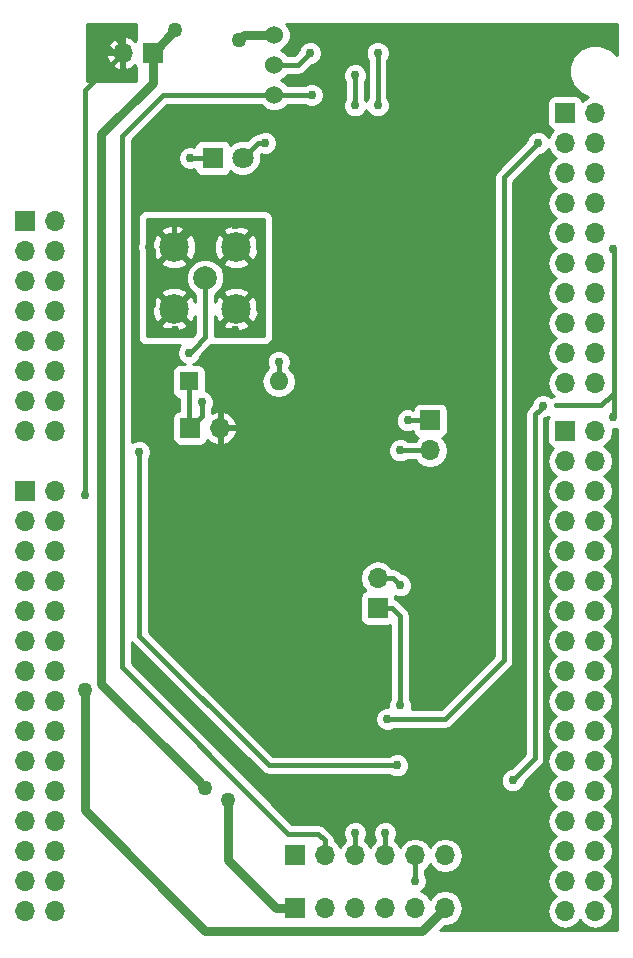
<source format=gbr>
G04 #@! TF.FileFunction,Copper,L2,Bot,Signal*
%FSLAX46Y46*%
G04 Gerber Fmt 4.6, Leading zero omitted, Abs format (unit mm)*
G04 Created by KiCad (PCBNEW 4.0.6) date Thursday, July 13, 2017 'PMt' 02:05:31 PM*
%MOMM*%
%LPD*%
G01*
G04 APERTURE LIST*
%ADD10C,0.100000*%
%ADD11C,1.524000*%
%ADD12R,1.800000X1.800000*%
%ADD13C,1.800000*%
%ADD14R,1.700000X1.700000*%
%ADD15O,1.700000X1.700000*%
%ADD16C,1.998980*%
%ADD17C,2.500000*%
%ADD18R,1.600000X1.600000*%
%ADD19O,1.600000X1.600000*%
%ADD20C,1.270000*%
%ADD21C,0.762000*%
%ADD22C,0.762000*%
%ADD23C,0.381000*%
%ADD24C,0.254000*%
G04 APERTURE END LIST*
D10*
D11*
X164592000Y-53086000D03*
X164592000Y-55626000D03*
X164592000Y-50546000D03*
D12*
X159385000Y-60960000D03*
D13*
X161925000Y-60960000D03*
D14*
X166370000Y-120015000D03*
D15*
X168910000Y-120015000D03*
X171450000Y-120015000D03*
X173990000Y-120015000D03*
X176530000Y-120015000D03*
X179070000Y-120015000D03*
D14*
X166370000Y-124460000D03*
D15*
X168910000Y-124460000D03*
X171450000Y-124460000D03*
X173990000Y-124460000D03*
X176530000Y-124460000D03*
X179070000Y-124460000D03*
D14*
X154305000Y-52070000D03*
D15*
X151765000Y-52070000D03*
D14*
X177800000Y-83185000D03*
D15*
X177800000Y-85725000D03*
D16*
X158750000Y-71120000D03*
D17*
X161375000Y-68495000D03*
X156125000Y-68495000D03*
X161375000Y-73745000D03*
X156125000Y-73745000D03*
D14*
X157480000Y-83820000D03*
D15*
X160020000Y-83820000D03*
D14*
X189230000Y-57150000D03*
D15*
X191770000Y-57150000D03*
X189230000Y-59690000D03*
X191770000Y-59690000D03*
X189230000Y-62230000D03*
X191770000Y-62230000D03*
X189230000Y-64770000D03*
X191770000Y-64770000D03*
X189230000Y-67310000D03*
X191770000Y-67310000D03*
X189230000Y-69850000D03*
X191770000Y-69850000D03*
X189230000Y-72390000D03*
X191770000Y-72390000D03*
X189230000Y-74930000D03*
X191770000Y-74930000D03*
X189230000Y-77470000D03*
X191770000Y-77470000D03*
X189230000Y-80010000D03*
X191770000Y-80010000D03*
D14*
X143510000Y-66294000D03*
D15*
X146050000Y-66294000D03*
X143510000Y-68834000D03*
X146050000Y-68834000D03*
X143510000Y-71374000D03*
X146050000Y-71374000D03*
X143510000Y-73914000D03*
X146050000Y-73914000D03*
X143510000Y-76454000D03*
X146050000Y-76454000D03*
X143510000Y-78994000D03*
X146050000Y-78994000D03*
X143510000Y-81534000D03*
X146050000Y-81534000D03*
X143510000Y-84074000D03*
X146050000Y-84074000D03*
D14*
X143510000Y-89154000D03*
D15*
X146050000Y-89154000D03*
X143510000Y-91694000D03*
X146050000Y-91694000D03*
X143510000Y-94234000D03*
X146050000Y-94234000D03*
X143510000Y-96774000D03*
X146050000Y-96774000D03*
X143510000Y-99314000D03*
X146050000Y-99314000D03*
X143510000Y-101854000D03*
X146050000Y-101854000D03*
X143510000Y-104394000D03*
X146050000Y-104394000D03*
X143510000Y-106934000D03*
X146050000Y-106934000D03*
X143510000Y-109474000D03*
X146050000Y-109474000D03*
X143510000Y-112014000D03*
X146050000Y-112014000D03*
X143510000Y-114554000D03*
X146050000Y-114554000D03*
X143510000Y-117094000D03*
X146050000Y-117094000D03*
X143510000Y-119634000D03*
X146050000Y-119634000D03*
X143510000Y-122174000D03*
X146050000Y-122174000D03*
X143510000Y-124714000D03*
X146050000Y-124714000D03*
D14*
X189230000Y-84074000D03*
D15*
X191770000Y-84074000D03*
X189230000Y-86614000D03*
X191770000Y-86614000D03*
X189230000Y-89154000D03*
X191770000Y-89154000D03*
X189230000Y-91694000D03*
X191770000Y-91694000D03*
X189230000Y-94234000D03*
X191770000Y-94234000D03*
X189230000Y-96774000D03*
X191770000Y-96774000D03*
X189230000Y-99314000D03*
X191770000Y-99314000D03*
X189230000Y-101854000D03*
X191770000Y-101854000D03*
X189230000Y-104394000D03*
X191770000Y-104394000D03*
X189230000Y-106934000D03*
X191770000Y-106934000D03*
X189230000Y-109474000D03*
X191770000Y-109474000D03*
X189230000Y-112014000D03*
X191770000Y-112014000D03*
X189230000Y-114554000D03*
X191770000Y-114554000D03*
X189230000Y-117094000D03*
X191770000Y-117094000D03*
X189230000Y-119634000D03*
X191770000Y-119634000D03*
X189230000Y-122174000D03*
X191770000Y-122174000D03*
X189230000Y-124714000D03*
X191770000Y-124714000D03*
D14*
X173355000Y-99060000D03*
D15*
X173355000Y-96520000D03*
D18*
X157353000Y-79883000D03*
D19*
X164973000Y-79883000D03*
D20*
X161651236Y-50938904D03*
X156210000Y-50165000D03*
X158750000Y-114300000D03*
D21*
X162532799Y-75778414D03*
X163377940Y-75045958D03*
X163377940Y-73721904D03*
X163377942Y-68566543D03*
X154081390Y-73665561D03*
X154025045Y-68482029D03*
X156194238Y-66425519D03*
X167640000Y-52070000D03*
X152146000Y-50292000D03*
X150622000Y-50292000D03*
X149225000Y-50292000D03*
X149225000Y-51689000D03*
X149225000Y-52959000D03*
X151257000Y-54102000D03*
X152400000Y-53975000D03*
X193294000Y-82931000D03*
X193294000Y-68707000D03*
X176530000Y-122174000D03*
X148590000Y-89535000D03*
X175260000Y-85725000D03*
X175260000Y-97155000D03*
X161290000Y-66675000D03*
X162560000Y-66675000D03*
X163195000Y-67310000D03*
X163195000Y-69850000D03*
X163195000Y-71120000D03*
X163195000Y-72390000D03*
X161290000Y-75565000D03*
X160020000Y-75565000D03*
X157480000Y-75565000D03*
X156210000Y-75565000D03*
X154940000Y-75565000D03*
X154305000Y-74930000D03*
X154305000Y-72390000D03*
X154305000Y-71120000D03*
X154305000Y-69850000D03*
X154305000Y-67310000D03*
X154940000Y-66675000D03*
X160020000Y-66675000D03*
X158750000Y-66675000D03*
X157480000Y-66675000D03*
X157480000Y-60960000D03*
X171450000Y-56515000D03*
X171450000Y-53975000D03*
X167767000Y-55626000D03*
X173355000Y-56515000D03*
X173355000Y-52070000D03*
X180467000Y-53848000D03*
X180467000Y-52705000D03*
X179451000Y-52070000D03*
X178181000Y-52070000D03*
X178181000Y-52070000D03*
X177038000Y-52070000D03*
X175641000Y-52070000D03*
X177165000Y-102870000D03*
X168910000Y-76200000D03*
X158496000Y-81661000D03*
X164973000Y-78232000D03*
X163830000Y-59690000D03*
D20*
X160655000Y-115316000D03*
X148590000Y-106045000D03*
D21*
X175895000Y-83185000D03*
X157404827Y-77475873D03*
X175006000Y-112395000D03*
X153162000Y-85852000D03*
X187365375Y-81964127D03*
X184785000Y-113665000D03*
X175260000Y-107315000D03*
X174180973Y-108467251D03*
X186944000Y-59690000D03*
X171450000Y-118110000D03*
X173990000Y-118110000D03*
D22*
X162044140Y-50546000D02*
X161651236Y-50938904D01*
X164592000Y-50546000D02*
X162044140Y-50546000D01*
X158115001Y-113665001D02*
X158750000Y-114300000D01*
X149957685Y-105507685D02*
X158115001Y-113665001D01*
X154305000Y-54610000D02*
X149957685Y-58957315D01*
X154305000Y-52070000D02*
X154305000Y-54610000D01*
X149957685Y-58957315D02*
X149957685Y-105507685D01*
X154305000Y-52070000D02*
X156210000Y-50165000D01*
D23*
X162645484Y-75778414D02*
X162532799Y-75778414D01*
X163377940Y-75045958D02*
X162645484Y-75778414D01*
X163195000Y-73538964D02*
X163377940Y-73721904D01*
X163195000Y-72390000D02*
X163195000Y-73538964D01*
X163195000Y-68383601D02*
X163377942Y-68566543D01*
X163195000Y-67310000D02*
X163195000Y-68383601D01*
X154305000Y-73441951D02*
X154081390Y-73665561D01*
X154305000Y-72390000D02*
X154305000Y-73441951D01*
X154305000Y-68761984D02*
X154025045Y-68482029D01*
X154305000Y-69850000D02*
X154305000Y-68761984D01*
X156125000Y-66494757D02*
X156194238Y-66425519D01*
X156125000Y-68495000D02*
X156125000Y-66494757D01*
X164592000Y-53086000D02*
X166624000Y-53086000D01*
X166624000Y-53086000D02*
X167640000Y-52070000D01*
X151765000Y-52070000D02*
X151765000Y-50673000D01*
X151765000Y-50673000D02*
X152146000Y-50292000D01*
X151765000Y-52070000D02*
X151765000Y-51435000D01*
X151765000Y-51435000D02*
X150622000Y-50292000D01*
X151765000Y-52070000D02*
X151003000Y-52070000D01*
X151003000Y-52070000D02*
X149225000Y-50292000D01*
X151765000Y-52070000D02*
X149606000Y-52070000D01*
X149606000Y-52070000D02*
X149225000Y-51689000D01*
X151765000Y-52070000D02*
X150114000Y-52070000D01*
X150114000Y-52070000D02*
X149225000Y-52959000D01*
X151765000Y-52070000D02*
X151765000Y-53594000D01*
X151765000Y-53594000D02*
X151257000Y-54102000D01*
X151765000Y-52070000D02*
X151765000Y-53340000D01*
X151765000Y-53340000D02*
X152400000Y-53975000D01*
X193375589Y-81026000D02*
X193160125Y-81026000D01*
X193160125Y-81026000D02*
X192271125Y-81915000D01*
X192271125Y-81915000D02*
X188468000Y-81915000D01*
X193375589Y-81026000D02*
X193375589Y-82849411D01*
X193375589Y-68788589D02*
X193375589Y-81026000D01*
X193294000Y-68707000D02*
X193375589Y-68788589D01*
X193375589Y-82849411D02*
X193294000Y-82931000D01*
X176530000Y-120015000D02*
X176530000Y-122174000D01*
X148590000Y-55245000D02*
X148590000Y-89535000D01*
X151765000Y-52070000D02*
X148590000Y-55245000D01*
X177800000Y-85725000D02*
X175260000Y-85725000D01*
X173355000Y-96520000D02*
X174625000Y-96520000D01*
X174625000Y-96520000D02*
X175260000Y-97155000D01*
X162560000Y-66675000D02*
X161290000Y-66675000D01*
X163195000Y-71120000D02*
X163195000Y-69850000D01*
X160020000Y-75565000D02*
X161290000Y-75565000D01*
X154940000Y-75565000D02*
X156210000Y-75565000D01*
X154940000Y-66675000D02*
X154305000Y-67310000D01*
X158750000Y-66675000D02*
X160020000Y-66675000D01*
X156125000Y-68495000D02*
X156125000Y-68030000D01*
X156125000Y-68030000D02*
X157480000Y-66675000D01*
X159385000Y-60960000D02*
X157480000Y-60960000D01*
X171450000Y-53975000D02*
X171450000Y-56515000D01*
X164592000Y-55626000D02*
X155194000Y-55626000D01*
X155194000Y-55626000D02*
X151717963Y-59102037D01*
X164592000Y-55626000D02*
X167767000Y-55626000D01*
X168910000Y-120015000D02*
X168910000Y-118738261D01*
X165796387Y-118171387D02*
X151717963Y-104092963D01*
X168910000Y-118738261D02*
X168343126Y-118171387D01*
X168343126Y-118171387D02*
X165796387Y-118171387D01*
X151717963Y-104092963D02*
X151717963Y-59102037D01*
X173355000Y-52070000D02*
X173355000Y-56515000D01*
X158496000Y-81661000D02*
X158496000Y-82804000D01*
X158496000Y-82804000D02*
X157480000Y-83820000D01*
X157353000Y-79883000D02*
X157353000Y-83693000D01*
X157353000Y-83693000D02*
X157480000Y-83820000D01*
X164973000Y-79883000D02*
X164973000Y-78232000D01*
X163830000Y-59690000D02*
X163195000Y-59690000D01*
X163195000Y-59690000D02*
X161925000Y-60960000D01*
D22*
X160655000Y-115316000D02*
X160655000Y-120357000D01*
X160655000Y-120357000D02*
X164758000Y-124460000D01*
X164758000Y-124460000D02*
X166370000Y-124460000D01*
X148590000Y-106045000D02*
X148590000Y-116205000D01*
X148590000Y-116205000D02*
X158765510Y-126380510D01*
X177149490Y-126380510D02*
X178220001Y-125309999D01*
X158765510Y-126380510D02*
X177149490Y-126380510D01*
X178220001Y-125309999D02*
X179070000Y-124460000D01*
D23*
X175895000Y-83185000D02*
X177800000Y-83185000D01*
X157785826Y-77094874D02*
X157404827Y-77475873D01*
X158750000Y-71120000D02*
X158750000Y-76130700D01*
X158750000Y-76130700D02*
X157785826Y-77094874D01*
X153162000Y-85852000D02*
X153162000Y-101428601D01*
X153162000Y-101428601D02*
X164128399Y-112395000D01*
X164128399Y-112395000D02*
X175006000Y-112395000D01*
X184785000Y-113665000D02*
X186656184Y-111793816D01*
X186656184Y-111793816D02*
X186656184Y-82673318D01*
X186656184Y-82673318D02*
X187065376Y-82264126D01*
X187065376Y-82264126D02*
X187365375Y-81964127D01*
X175260000Y-107315000D02*
X175260000Y-99734000D01*
X175260000Y-99734000D02*
X174586000Y-99060000D01*
X174586000Y-99060000D02*
X173355000Y-99060000D01*
X174605237Y-108467251D02*
X174180973Y-108467251D01*
X179060749Y-108467251D02*
X174605237Y-108467251D01*
X184022990Y-103505010D02*
X179060749Y-108467251D01*
X184022990Y-62611010D02*
X184022990Y-103505010D01*
X186944000Y-59690000D02*
X184022990Y-62611010D01*
X171450000Y-118110000D02*
X171450000Y-120015000D01*
X173990000Y-118110000D02*
X173990000Y-120015000D01*
D24*
G36*
X193600000Y-52263668D02*
X193037679Y-51700364D01*
X192216519Y-51359389D01*
X191327381Y-51358613D01*
X190505628Y-51698155D01*
X189876364Y-52326321D01*
X189535389Y-53147481D01*
X189534613Y-54036619D01*
X189874155Y-54858372D01*
X190502321Y-55487636D01*
X191192275Y-55774130D01*
X191172622Y-55778039D01*
X190690853Y-56099946D01*
X190690029Y-56101179D01*
X190683162Y-56064683D01*
X190544090Y-55848559D01*
X190331890Y-55703569D01*
X190080000Y-55652560D01*
X188380000Y-55652560D01*
X188144683Y-55696838D01*
X187928559Y-55835910D01*
X187783569Y-56048110D01*
X187732560Y-56300000D01*
X187732560Y-58000000D01*
X187776838Y-58235317D01*
X187915910Y-58451441D01*
X188128110Y-58596431D01*
X188195541Y-58610086D01*
X188150853Y-58639946D01*
X187828946Y-59121715D01*
X187822303Y-59155113D01*
X187805825Y-59115234D01*
X187520269Y-58829179D01*
X187146982Y-58674176D01*
X186742792Y-58673824D01*
X186369234Y-58828175D01*
X186083179Y-59113731D01*
X185928176Y-59487018D01*
X185928131Y-59538435D01*
X183439273Y-62027293D01*
X183260327Y-62295104D01*
X183228237Y-62456431D01*
X183197490Y-62611010D01*
X183197490Y-103163077D01*
X178718815Y-107641751D01*
X176224430Y-107641751D01*
X176275824Y-107517982D01*
X176276176Y-107113792D01*
X176121825Y-106740234D01*
X176085500Y-106703846D01*
X176085500Y-99734005D01*
X176085501Y-99734000D01*
X176022663Y-99418094D01*
X175843717Y-99150283D01*
X175169717Y-98476283D01*
X174901906Y-98297337D01*
X174852440Y-98287498D01*
X174852440Y-98210000D01*
X174827105Y-98075355D01*
X175057018Y-98170824D01*
X175461208Y-98171176D01*
X175834766Y-98016825D01*
X176120821Y-97731269D01*
X176275824Y-97357982D01*
X176276176Y-96953792D01*
X176121825Y-96580234D01*
X175836269Y-96294179D01*
X175462982Y-96139176D01*
X175411565Y-96139131D01*
X175208717Y-95936283D01*
X174940906Y-95757337D01*
X174625000Y-95694500D01*
X174584189Y-95694500D01*
X174434147Y-95469946D01*
X173952378Y-95148039D01*
X173384093Y-95035000D01*
X173325907Y-95035000D01*
X172757622Y-95148039D01*
X172275853Y-95469946D01*
X171953946Y-95951715D01*
X171840907Y-96520000D01*
X171953946Y-97088285D01*
X172275853Y-97570054D01*
X172317452Y-97597850D01*
X172269683Y-97606838D01*
X172053559Y-97745910D01*
X171908569Y-97958110D01*
X171857560Y-98210000D01*
X171857560Y-99910000D01*
X171901838Y-100145317D01*
X172040910Y-100361441D01*
X172253110Y-100506431D01*
X172505000Y-100557440D01*
X174205000Y-100557440D01*
X174434500Y-100514257D01*
X174434500Y-106703472D01*
X174399179Y-106738731D01*
X174244176Y-107112018D01*
X174243881Y-107451305D01*
X173979765Y-107451075D01*
X173606207Y-107605426D01*
X173320152Y-107890982D01*
X173165149Y-108264269D01*
X173164797Y-108668459D01*
X173319148Y-109042017D01*
X173604704Y-109328072D01*
X173977991Y-109483075D01*
X174382181Y-109483427D01*
X174755739Y-109329076D01*
X174792127Y-109292751D01*
X179060749Y-109292751D01*
X179376655Y-109229914D01*
X179644466Y-109050968D01*
X184606704Y-104088729D01*
X184606707Y-104088727D01*
X184785653Y-103820915D01*
X184794377Y-103777057D01*
X184848491Y-103505010D01*
X184848490Y-103505005D01*
X184848490Y-62952944D01*
X187095301Y-60706133D01*
X187145208Y-60706176D01*
X187518766Y-60551825D01*
X187804821Y-60266269D01*
X187822206Y-60224401D01*
X187828946Y-60258285D01*
X188150853Y-60740054D01*
X188480026Y-60960000D01*
X188150853Y-61179946D01*
X187828946Y-61661715D01*
X187715907Y-62230000D01*
X187828946Y-62798285D01*
X188150853Y-63280054D01*
X188480026Y-63500000D01*
X188150853Y-63719946D01*
X187828946Y-64201715D01*
X187715907Y-64770000D01*
X187828946Y-65338285D01*
X188150853Y-65820054D01*
X188480026Y-66040000D01*
X188150853Y-66259946D01*
X187828946Y-66741715D01*
X187715907Y-67310000D01*
X187828946Y-67878285D01*
X188150853Y-68360054D01*
X188480026Y-68580000D01*
X188150853Y-68799946D01*
X187828946Y-69281715D01*
X187715907Y-69850000D01*
X187828946Y-70418285D01*
X188150853Y-70900054D01*
X188480026Y-71120000D01*
X188150853Y-71339946D01*
X187828946Y-71821715D01*
X187715907Y-72390000D01*
X187828946Y-72958285D01*
X188150853Y-73440054D01*
X188480026Y-73660000D01*
X188150853Y-73879946D01*
X187828946Y-74361715D01*
X187715907Y-74930000D01*
X187828946Y-75498285D01*
X188150853Y-75980054D01*
X188480026Y-76200000D01*
X188150853Y-76419946D01*
X187828946Y-76901715D01*
X187715907Y-77470000D01*
X187828946Y-78038285D01*
X188150853Y-78520054D01*
X188480026Y-78740000D01*
X188150853Y-78959946D01*
X187828946Y-79441715D01*
X187715907Y-80010000D01*
X187828946Y-80578285D01*
X188150853Y-81060054D01*
X188257567Y-81131358D01*
X188152095Y-81152337D01*
X188055212Y-81217072D01*
X187941644Y-81103306D01*
X187568357Y-80948303D01*
X187164167Y-80947951D01*
X186790609Y-81102302D01*
X186504554Y-81387858D01*
X186349551Y-81761145D01*
X186349506Y-81812562D01*
X186072467Y-82089601D01*
X185893521Y-82357412D01*
X185849930Y-82576560D01*
X185830684Y-82673318D01*
X185830684Y-111451883D01*
X184633699Y-112648867D01*
X184583792Y-112648824D01*
X184210234Y-112803175D01*
X183924179Y-113088731D01*
X183769176Y-113462018D01*
X183768824Y-113866208D01*
X183923175Y-114239766D01*
X184208731Y-114525821D01*
X184582018Y-114680824D01*
X184986208Y-114681176D01*
X185359766Y-114526825D01*
X185645821Y-114241269D01*
X185800824Y-113867982D01*
X185800869Y-113816565D01*
X187239898Y-112377535D01*
X187239901Y-112377533D01*
X187418847Y-112109721D01*
X187437887Y-112014000D01*
X187481685Y-111793816D01*
X187481684Y-111793811D01*
X187481684Y-83015252D01*
X187516676Y-82980260D01*
X187566583Y-82980303D01*
X187861127Y-82858600D01*
X187783569Y-82972110D01*
X187732560Y-83224000D01*
X187732560Y-84924000D01*
X187776838Y-85159317D01*
X187915910Y-85375441D01*
X188128110Y-85520431D01*
X188195541Y-85534086D01*
X188150853Y-85563946D01*
X187828946Y-86045715D01*
X187715907Y-86614000D01*
X187828946Y-87182285D01*
X188150853Y-87664054D01*
X188480026Y-87884000D01*
X188150853Y-88103946D01*
X187828946Y-88585715D01*
X187715907Y-89154000D01*
X187828946Y-89722285D01*
X188150853Y-90204054D01*
X188480026Y-90424000D01*
X188150853Y-90643946D01*
X187828946Y-91125715D01*
X187715907Y-91694000D01*
X187828946Y-92262285D01*
X188150853Y-92744054D01*
X188480026Y-92964000D01*
X188150853Y-93183946D01*
X187828946Y-93665715D01*
X187715907Y-94234000D01*
X187828946Y-94802285D01*
X188150853Y-95284054D01*
X188480026Y-95504000D01*
X188150853Y-95723946D01*
X187828946Y-96205715D01*
X187715907Y-96774000D01*
X187828946Y-97342285D01*
X188150853Y-97824054D01*
X188480026Y-98044000D01*
X188150853Y-98263946D01*
X187828946Y-98745715D01*
X187715907Y-99314000D01*
X187828946Y-99882285D01*
X188150853Y-100364054D01*
X188480026Y-100584000D01*
X188150853Y-100803946D01*
X187828946Y-101285715D01*
X187715907Y-101854000D01*
X187828946Y-102422285D01*
X188150853Y-102904054D01*
X188480026Y-103124000D01*
X188150853Y-103343946D01*
X187828946Y-103825715D01*
X187715907Y-104394000D01*
X187828946Y-104962285D01*
X188150853Y-105444054D01*
X188480026Y-105664000D01*
X188150853Y-105883946D01*
X187828946Y-106365715D01*
X187715907Y-106934000D01*
X187828946Y-107502285D01*
X188150853Y-107984054D01*
X188480026Y-108204000D01*
X188150853Y-108423946D01*
X187828946Y-108905715D01*
X187715907Y-109474000D01*
X187828946Y-110042285D01*
X188150853Y-110524054D01*
X188480026Y-110744000D01*
X188150853Y-110963946D01*
X187828946Y-111445715D01*
X187715907Y-112014000D01*
X187828946Y-112582285D01*
X188150853Y-113064054D01*
X188480026Y-113284000D01*
X188150853Y-113503946D01*
X187828946Y-113985715D01*
X187715907Y-114554000D01*
X187828946Y-115122285D01*
X188150853Y-115604054D01*
X188480026Y-115824000D01*
X188150853Y-116043946D01*
X187828946Y-116525715D01*
X187715907Y-117094000D01*
X187828946Y-117662285D01*
X188150853Y-118144054D01*
X188480026Y-118364000D01*
X188150853Y-118583946D01*
X187828946Y-119065715D01*
X187715907Y-119634000D01*
X187828946Y-120202285D01*
X188150853Y-120684054D01*
X188480026Y-120904000D01*
X188150853Y-121123946D01*
X187828946Y-121605715D01*
X187715907Y-122174000D01*
X187828946Y-122742285D01*
X188150853Y-123224054D01*
X188480026Y-123444000D01*
X188150853Y-123663946D01*
X187828946Y-124145715D01*
X187715907Y-124714000D01*
X187828946Y-125282285D01*
X188150853Y-125764054D01*
X188632622Y-126085961D01*
X189200907Y-126199000D01*
X189259093Y-126199000D01*
X189827378Y-126085961D01*
X190309147Y-125764054D01*
X190500000Y-125478422D01*
X190690853Y-125764054D01*
X191172622Y-126085961D01*
X191740907Y-126199000D01*
X191799093Y-126199000D01*
X192367378Y-126085961D01*
X192849147Y-125764054D01*
X193171054Y-125282285D01*
X193284093Y-124714000D01*
X193171054Y-124145715D01*
X192849147Y-123663946D01*
X192519974Y-123444000D01*
X192849147Y-123224054D01*
X193171054Y-122742285D01*
X193284093Y-122174000D01*
X193171054Y-121605715D01*
X192849147Y-121123946D01*
X192519974Y-120904000D01*
X192849147Y-120684054D01*
X193171054Y-120202285D01*
X193284093Y-119634000D01*
X193171054Y-119065715D01*
X192849147Y-118583946D01*
X192519974Y-118364000D01*
X192849147Y-118144054D01*
X193171054Y-117662285D01*
X193284093Y-117094000D01*
X193171054Y-116525715D01*
X192849147Y-116043946D01*
X192519974Y-115824000D01*
X192849147Y-115604054D01*
X193171054Y-115122285D01*
X193284093Y-114554000D01*
X193171054Y-113985715D01*
X192849147Y-113503946D01*
X192519974Y-113284000D01*
X192849147Y-113064054D01*
X193171054Y-112582285D01*
X193284093Y-112014000D01*
X193171054Y-111445715D01*
X192849147Y-110963946D01*
X192519974Y-110744000D01*
X192849147Y-110524054D01*
X193171054Y-110042285D01*
X193284093Y-109474000D01*
X193171054Y-108905715D01*
X192849147Y-108423946D01*
X192519974Y-108204000D01*
X192849147Y-107984054D01*
X193171054Y-107502285D01*
X193284093Y-106934000D01*
X193171054Y-106365715D01*
X192849147Y-105883946D01*
X192519974Y-105664000D01*
X192849147Y-105444054D01*
X193171054Y-104962285D01*
X193284093Y-104394000D01*
X193171054Y-103825715D01*
X192849147Y-103343946D01*
X192519974Y-103124000D01*
X192849147Y-102904054D01*
X193171054Y-102422285D01*
X193284093Y-101854000D01*
X193171054Y-101285715D01*
X192849147Y-100803946D01*
X192519974Y-100584000D01*
X192849147Y-100364054D01*
X193171054Y-99882285D01*
X193284093Y-99314000D01*
X193171054Y-98745715D01*
X192849147Y-98263946D01*
X192519974Y-98044000D01*
X192849147Y-97824054D01*
X193171054Y-97342285D01*
X193284093Y-96774000D01*
X193171054Y-96205715D01*
X192849147Y-95723946D01*
X192519974Y-95504000D01*
X192849147Y-95284054D01*
X193171054Y-94802285D01*
X193284093Y-94234000D01*
X193171054Y-93665715D01*
X192849147Y-93183946D01*
X192519974Y-92964000D01*
X192849147Y-92744054D01*
X193171054Y-92262285D01*
X193284093Y-91694000D01*
X193171054Y-91125715D01*
X192849147Y-90643946D01*
X192519974Y-90424000D01*
X192849147Y-90204054D01*
X193171054Y-89722285D01*
X193284093Y-89154000D01*
X193171054Y-88585715D01*
X192849147Y-88103946D01*
X192519974Y-87884000D01*
X192849147Y-87664054D01*
X193171054Y-87182285D01*
X193284093Y-86614000D01*
X193171054Y-86045715D01*
X192849147Y-85563946D01*
X192519974Y-85344000D01*
X192849147Y-85124054D01*
X193171054Y-84642285D01*
X193284093Y-84074000D01*
X193258825Y-83946970D01*
X193495208Y-83947176D01*
X193600000Y-83903877D01*
X193600000Y-126290000D01*
X178676841Y-126290000D01*
X178938421Y-126028420D01*
X178938423Y-126028417D01*
X179005564Y-125961276D01*
X179070000Y-125974093D01*
X179638285Y-125861054D01*
X180120054Y-125539147D01*
X180441961Y-125057378D01*
X180555000Y-124489093D01*
X180555000Y-124430907D01*
X180441961Y-123862622D01*
X180120054Y-123380853D01*
X179638285Y-123058946D01*
X179070000Y-122945907D01*
X178501715Y-123058946D01*
X178019946Y-123380853D01*
X177800000Y-123710026D01*
X177580054Y-123380853D01*
X177098285Y-123058946D01*
X177064887Y-123052303D01*
X177104766Y-123035825D01*
X177390821Y-122750269D01*
X177545824Y-122376982D01*
X177546176Y-121972792D01*
X177391825Y-121599234D01*
X177355500Y-121562846D01*
X177355500Y-121244189D01*
X177580054Y-121094147D01*
X177800000Y-120764974D01*
X178019946Y-121094147D01*
X178501715Y-121416054D01*
X179070000Y-121529093D01*
X179638285Y-121416054D01*
X180120054Y-121094147D01*
X180441961Y-120612378D01*
X180555000Y-120044093D01*
X180555000Y-119985907D01*
X180441961Y-119417622D01*
X180120054Y-118935853D01*
X179638285Y-118613946D01*
X179070000Y-118500907D01*
X178501715Y-118613946D01*
X178019946Y-118935853D01*
X177800000Y-119265026D01*
X177580054Y-118935853D01*
X177098285Y-118613946D01*
X176530000Y-118500907D01*
X175961715Y-118613946D01*
X175479946Y-118935853D01*
X175260000Y-119265026D01*
X175040054Y-118935853D01*
X174815500Y-118785811D01*
X174815500Y-118721528D01*
X174850821Y-118686269D01*
X175005824Y-118312982D01*
X175006176Y-117908792D01*
X174851825Y-117535234D01*
X174566269Y-117249179D01*
X174192982Y-117094176D01*
X173788792Y-117093824D01*
X173415234Y-117248175D01*
X173129179Y-117533731D01*
X172974176Y-117907018D01*
X172973824Y-118311208D01*
X173128175Y-118684766D01*
X173164500Y-118721154D01*
X173164500Y-118785811D01*
X172939946Y-118935853D01*
X172720000Y-119265026D01*
X172500054Y-118935853D01*
X172275500Y-118785811D01*
X172275500Y-118721528D01*
X172310821Y-118686269D01*
X172465824Y-118312982D01*
X172466176Y-117908792D01*
X172311825Y-117535234D01*
X172026269Y-117249179D01*
X171652982Y-117094176D01*
X171248792Y-117093824D01*
X170875234Y-117248175D01*
X170589179Y-117533731D01*
X170434176Y-117907018D01*
X170433824Y-118311208D01*
X170588175Y-118684766D01*
X170624500Y-118721154D01*
X170624500Y-118785811D01*
X170399946Y-118935853D01*
X170180000Y-119265026D01*
X169960054Y-118935853D01*
X169735500Y-118785811D01*
X169735500Y-118738266D01*
X169735501Y-118738261D01*
X169672663Y-118422355D01*
X169493717Y-118154544D01*
X168926843Y-117587670D01*
X168659032Y-117408724D01*
X168343126Y-117345887D01*
X166138321Y-117345887D01*
X152543463Y-103751029D01*
X152543463Y-101960206D01*
X152578283Y-102012318D01*
X163544682Y-112978717D01*
X163812493Y-113157663D01*
X164128399Y-113220500D01*
X174394472Y-113220500D01*
X174429731Y-113255821D01*
X174803018Y-113410824D01*
X175207208Y-113411176D01*
X175580766Y-113256825D01*
X175866821Y-112971269D01*
X176021824Y-112597982D01*
X176022176Y-112193792D01*
X175867825Y-111820234D01*
X175582269Y-111534179D01*
X175208982Y-111379176D01*
X174804792Y-111378824D01*
X174431234Y-111533175D01*
X174394846Y-111569500D01*
X164470333Y-111569500D01*
X153987500Y-101086667D01*
X153987500Y-86463528D01*
X154022821Y-86428269D01*
X154177824Y-86054982D01*
X154177936Y-85926208D01*
X174243824Y-85926208D01*
X174398175Y-86299766D01*
X174683731Y-86585821D01*
X175057018Y-86740824D01*
X175461208Y-86741176D01*
X175834766Y-86586825D01*
X175871154Y-86550500D01*
X176570811Y-86550500D01*
X176720853Y-86775054D01*
X177202622Y-87096961D01*
X177770907Y-87210000D01*
X177829093Y-87210000D01*
X178397378Y-87096961D01*
X178879147Y-86775054D01*
X179201054Y-86293285D01*
X179314093Y-85725000D01*
X179201054Y-85156715D01*
X178879147Y-84674946D01*
X178837548Y-84647150D01*
X178885317Y-84638162D01*
X179101441Y-84499090D01*
X179246431Y-84286890D01*
X179297440Y-84035000D01*
X179297440Y-82335000D01*
X179253162Y-82099683D01*
X179114090Y-81883559D01*
X178901890Y-81738569D01*
X178650000Y-81687560D01*
X176950000Y-81687560D01*
X176714683Y-81731838D01*
X176498559Y-81870910D01*
X176353569Y-82083110D01*
X176317667Y-82260398D01*
X176097982Y-82169176D01*
X175693792Y-82168824D01*
X175320234Y-82323175D01*
X175034179Y-82608731D01*
X174879176Y-82982018D01*
X174878824Y-83386208D01*
X175033175Y-83759766D01*
X175318731Y-84045821D01*
X175692018Y-84200824D01*
X176096208Y-84201176D01*
X176316687Y-84110076D01*
X176346838Y-84270317D01*
X176485910Y-84486441D01*
X176698110Y-84631431D01*
X176765541Y-84645086D01*
X176720853Y-84674946D01*
X176570811Y-84899500D01*
X175871528Y-84899500D01*
X175836269Y-84864179D01*
X175462982Y-84709176D01*
X175058792Y-84708824D01*
X174685234Y-84863175D01*
X174399179Y-85148731D01*
X174244176Y-85522018D01*
X174243824Y-85926208D01*
X154177936Y-85926208D01*
X154178176Y-85650792D01*
X154023825Y-85277234D01*
X153738269Y-84991179D01*
X153364982Y-84836176D01*
X152960792Y-84835824D01*
X152587234Y-84990175D01*
X152543463Y-85033870D01*
X152543463Y-68683237D01*
X153008869Y-68683237D01*
X153035000Y-68746479D01*
X153035000Y-76200000D01*
X153078427Y-76430795D01*
X153214827Y-76642767D01*
X153422949Y-76784971D01*
X153670000Y-76835000D01*
X156608723Y-76835000D01*
X156544006Y-76899604D01*
X156389003Y-77272891D01*
X156388651Y-77677081D01*
X156543002Y-78050639D01*
X156828558Y-78336694D01*
X157066653Y-78435560D01*
X156553000Y-78435560D01*
X156317683Y-78479838D01*
X156101559Y-78618910D01*
X155956569Y-78831110D01*
X155905560Y-79083000D01*
X155905560Y-80683000D01*
X155949838Y-80918317D01*
X156088910Y-81134441D01*
X156301110Y-81279431D01*
X156527500Y-81325276D01*
X156527500Y-82341847D01*
X156394683Y-82366838D01*
X156178559Y-82505910D01*
X156033569Y-82718110D01*
X155982560Y-82970000D01*
X155982560Y-84670000D01*
X156026838Y-84905317D01*
X156165910Y-85121441D01*
X156378110Y-85266431D01*
X156630000Y-85317440D01*
X158330000Y-85317440D01*
X158565317Y-85273162D01*
X158781441Y-85134090D01*
X158926431Y-84921890D01*
X158948301Y-84813893D01*
X159253076Y-85091645D01*
X159663110Y-85261476D01*
X159893000Y-85140155D01*
X159893000Y-83947000D01*
X160147000Y-83947000D01*
X160147000Y-85140155D01*
X160376890Y-85261476D01*
X160786924Y-85091645D01*
X161215183Y-84701358D01*
X161461486Y-84176892D01*
X161340819Y-83947000D01*
X160147000Y-83947000D01*
X159893000Y-83947000D01*
X159873000Y-83947000D01*
X159873000Y-83693000D01*
X159893000Y-83693000D01*
X159893000Y-82499845D01*
X160147000Y-82499845D01*
X160147000Y-83693000D01*
X161340819Y-83693000D01*
X161461486Y-83463108D01*
X161215183Y-82938642D01*
X160786924Y-82548355D01*
X160376890Y-82378524D01*
X160147000Y-82499845D01*
X159893000Y-82499845D01*
X159663110Y-82378524D01*
X159321500Y-82520015D01*
X159321500Y-82272528D01*
X159356821Y-82237269D01*
X159511824Y-81863982D01*
X159512176Y-81459792D01*
X159357825Y-81086234D01*
X159072269Y-80800179D01*
X158799636Y-80686971D01*
X158800440Y-80683000D01*
X158800440Y-79883000D01*
X163509887Y-79883000D01*
X163619120Y-80432151D01*
X163930189Y-80897698D01*
X164395736Y-81208767D01*
X164944887Y-81318000D01*
X165001113Y-81318000D01*
X165550264Y-81208767D01*
X166015811Y-80897698D01*
X166326880Y-80432151D01*
X166436113Y-79883000D01*
X166326880Y-79333849D01*
X166015811Y-78868302D01*
X165853834Y-78760072D01*
X165988824Y-78434982D01*
X165989176Y-78030792D01*
X165834825Y-77657234D01*
X165549269Y-77371179D01*
X165175982Y-77216176D01*
X164771792Y-77215824D01*
X164398234Y-77370175D01*
X164112179Y-77655731D01*
X163957176Y-78029018D01*
X163956824Y-78433208D01*
X164091943Y-78760221D01*
X163930189Y-78868302D01*
X163619120Y-79333849D01*
X163509887Y-79883000D01*
X158800440Y-79883000D01*
X158800440Y-79083000D01*
X158756162Y-78847683D01*
X158617090Y-78631559D01*
X158404890Y-78486569D01*
X158153000Y-78435560D01*
X157742749Y-78435560D01*
X157979593Y-78337698D01*
X158265648Y-78052142D01*
X158420651Y-77678855D01*
X158420696Y-77627438D01*
X159213134Y-76835000D01*
X163830000Y-76835000D01*
X164060795Y-76791573D01*
X164272767Y-76655173D01*
X164414971Y-76447051D01*
X164465000Y-76200000D01*
X164465000Y-66040000D01*
X164421573Y-65809205D01*
X164285173Y-65597233D01*
X164077051Y-65455029D01*
X163830000Y-65405000D01*
X153670000Y-65405000D01*
X153439205Y-65448427D01*
X153227233Y-65584827D01*
X153085029Y-65792949D01*
X153035000Y-66040000D01*
X153035000Y-68216965D01*
X153009221Y-68279047D01*
X153008869Y-68683237D01*
X152543463Y-68683237D01*
X152543463Y-61161208D01*
X156463824Y-61161208D01*
X156618175Y-61534766D01*
X156903731Y-61820821D01*
X157277018Y-61975824D01*
X157681208Y-61976176D01*
X157846564Y-61907852D01*
X157881838Y-62095317D01*
X158020910Y-62311441D01*
X158233110Y-62456431D01*
X158485000Y-62507440D01*
X160285000Y-62507440D01*
X160520317Y-62463162D01*
X160736441Y-62324090D01*
X160881431Y-62111890D01*
X160885567Y-62091466D01*
X161054357Y-62260551D01*
X161618330Y-62494733D01*
X162228991Y-62495265D01*
X162793371Y-62262068D01*
X163225551Y-61830643D01*
X163459733Y-61266670D01*
X163460265Y-60656009D01*
X163450575Y-60632558D01*
X163627018Y-60705824D01*
X164031208Y-60706176D01*
X164404766Y-60551825D01*
X164690821Y-60266269D01*
X164845824Y-59892982D01*
X164846176Y-59488792D01*
X164691825Y-59115234D01*
X164406269Y-58829179D01*
X164032982Y-58674176D01*
X163628792Y-58673824D01*
X163255234Y-58828175D01*
X163218846Y-58864500D01*
X163195000Y-58864500D01*
X162879094Y-58927337D01*
X162771824Y-58999013D01*
X162611283Y-59106283D01*
X162611281Y-59106286D01*
X162274511Y-59443056D01*
X162231670Y-59425267D01*
X161621009Y-59424735D01*
X161056629Y-59657932D01*
X160888387Y-59825880D01*
X160888162Y-59824683D01*
X160749090Y-59608559D01*
X160536890Y-59463569D01*
X160285000Y-59412560D01*
X158485000Y-59412560D01*
X158249683Y-59456838D01*
X158033559Y-59595910D01*
X157888569Y-59808110D01*
X157847206Y-60012368D01*
X157682982Y-59944176D01*
X157278792Y-59943824D01*
X156905234Y-60098175D01*
X156619179Y-60383731D01*
X156464176Y-60757018D01*
X156463824Y-61161208D01*
X152543463Y-61161208D01*
X152543463Y-59443971D01*
X155535933Y-56451500D01*
X163442126Y-56451500D01*
X163799630Y-56809629D01*
X164312900Y-57022757D01*
X164868661Y-57023242D01*
X165382303Y-56811010D01*
X165742441Y-56451500D01*
X167155472Y-56451500D01*
X167190731Y-56486821D01*
X167564018Y-56641824D01*
X167968208Y-56642176D01*
X168341766Y-56487825D01*
X168627821Y-56202269D01*
X168782824Y-55828982D01*
X168783176Y-55424792D01*
X168628825Y-55051234D01*
X168343269Y-54765179D01*
X167969982Y-54610176D01*
X167565792Y-54609824D01*
X167192234Y-54764175D01*
X167155846Y-54800500D01*
X165741874Y-54800500D01*
X165384370Y-54442371D01*
X165176488Y-54356051D01*
X165382303Y-54271010D01*
X165477270Y-54176208D01*
X170433824Y-54176208D01*
X170588175Y-54549766D01*
X170624500Y-54586154D01*
X170624500Y-55903472D01*
X170589179Y-55938731D01*
X170434176Y-56312018D01*
X170433824Y-56716208D01*
X170588175Y-57089766D01*
X170873731Y-57375821D01*
X171247018Y-57530824D01*
X171651208Y-57531176D01*
X172024766Y-57376825D01*
X172310821Y-57091269D01*
X172402535Y-56870399D01*
X172493175Y-57089766D01*
X172778731Y-57375821D01*
X173152018Y-57530824D01*
X173556208Y-57531176D01*
X173929766Y-57376825D01*
X174215821Y-57091269D01*
X174370824Y-56717982D01*
X174371176Y-56313792D01*
X174216825Y-55940234D01*
X174180500Y-55903846D01*
X174180500Y-52681528D01*
X174215821Y-52646269D01*
X174370824Y-52272982D01*
X174371176Y-51868792D01*
X174216825Y-51495234D01*
X173931269Y-51209179D01*
X173557982Y-51054176D01*
X173153792Y-51053824D01*
X172780234Y-51208175D01*
X172494179Y-51493731D01*
X172339176Y-51867018D01*
X172338824Y-52271208D01*
X172493175Y-52644766D01*
X172529500Y-52681154D01*
X172529500Y-55903472D01*
X172494179Y-55938731D01*
X172402465Y-56159601D01*
X172311825Y-55940234D01*
X172275500Y-55903846D01*
X172275500Y-54586528D01*
X172310821Y-54551269D01*
X172465824Y-54177982D01*
X172466176Y-53773792D01*
X172311825Y-53400234D01*
X172026269Y-53114179D01*
X171652982Y-52959176D01*
X171248792Y-52958824D01*
X170875234Y-53113175D01*
X170589179Y-53398731D01*
X170434176Y-53772018D01*
X170433824Y-54176208D01*
X165477270Y-54176208D01*
X165742441Y-53911500D01*
X166624000Y-53911500D01*
X166939906Y-53848663D01*
X167207717Y-53669717D01*
X167791301Y-53086133D01*
X167841208Y-53086176D01*
X168214766Y-52931825D01*
X168500821Y-52646269D01*
X168655824Y-52272982D01*
X168656176Y-51868792D01*
X168501825Y-51495234D01*
X168216269Y-51209179D01*
X167842982Y-51054176D01*
X167438792Y-51053824D01*
X167065234Y-51208175D01*
X166779179Y-51493731D01*
X166624176Y-51867018D01*
X166624131Y-51918435D01*
X166282066Y-52260500D01*
X165741874Y-52260500D01*
X165384370Y-51902371D01*
X165176488Y-51816051D01*
X165382303Y-51731010D01*
X165775629Y-51338370D01*
X165988757Y-50825100D01*
X165989242Y-50269339D01*
X165777010Y-49755697D01*
X165626576Y-49605000D01*
X193600000Y-49605000D01*
X193600000Y-52263668D01*
X193600000Y-52263668D01*
G37*
X193600000Y-52263668D02*
X193037679Y-51700364D01*
X192216519Y-51359389D01*
X191327381Y-51358613D01*
X190505628Y-51698155D01*
X189876364Y-52326321D01*
X189535389Y-53147481D01*
X189534613Y-54036619D01*
X189874155Y-54858372D01*
X190502321Y-55487636D01*
X191192275Y-55774130D01*
X191172622Y-55778039D01*
X190690853Y-56099946D01*
X190690029Y-56101179D01*
X190683162Y-56064683D01*
X190544090Y-55848559D01*
X190331890Y-55703569D01*
X190080000Y-55652560D01*
X188380000Y-55652560D01*
X188144683Y-55696838D01*
X187928559Y-55835910D01*
X187783569Y-56048110D01*
X187732560Y-56300000D01*
X187732560Y-58000000D01*
X187776838Y-58235317D01*
X187915910Y-58451441D01*
X188128110Y-58596431D01*
X188195541Y-58610086D01*
X188150853Y-58639946D01*
X187828946Y-59121715D01*
X187822303Y-59155113D01*
X187805825Y-59115234D01*
X187520269Y-58829179D01*
X187146982Y-58674176D01*
X186742792Y-58673824D01*
X186369234Y-58828175D01*
X186083179Y-59113731D01*
X185928176Y-59487018D01*
X185928131Y-59538435D01*
X183439273Y-62027293D01*
X183260327Y-62295104D01*
X183228237Y-62456431D01*
X183197490Y-62611010D01*
X183197490Y-103163077D01*
X178718815Y-107641751D01*
X176224430Y-107641751D01*
X176275824Y-107517982D01*
X176276176Y-107113792D01*
X176121825Y-106740234D01*
X176085500Y-106703846D01*
X176085500Y-99734005D01*
X176085501Y-99734000D01*
X176022663Y-99418094D01*
X175843717Y-99150283D01*
X175169717Y-98476283D01*
X174901906Y-98297337D01*
X174852440Y-98287498D01*
X174852440Y-98210000D01*
X174827105Y-98075355D01*
X175057018Y-98170824D01*
X175461208Y-98171176D01*
X175834766Y-98016825D01*
X176120821Y-97731269D01*
X176275824Y-97357982D01*
X176276176Y-96953792D01*
X176121825Y-96580234D01*
X175836269Y-96294179D01*
X175462982Y-96139176D01*
X175411565Y-96139131D01*
X175208717Y-95936283D01*
X174940906Y-95757337D01*
X174625000Y-95694500D01*
X174584189Y-95694500D01*
X174434147Y-95469946D01*
X173952378Y-95148039D01*
X173384093Y-95035000D01*
X173325907Y-95035000D01*
X172757622Y-95148039D01*
X172275853Y-95469946D01*
X171953946Y-95951715D01*
X171840907Y-96520000D01*
X171953946Y-97088285D01*
X172275853Y-97570054D01*
X172317452Y-97597850D01*
X172269683Y-97606838D01*
X172053559Y-97745910D01*
X171908569Y-97958110D01*
X171857560Y-98210000D01*
X171857560Y-99910000D01*
X171901838Y-100145317D01*
X172040910Y-100361441D01*
X172253110Y-100506431D01*
X172505000Y-100557440D01*
X174205000Y-100557440D01*
X174434500Y-100514257D01*
X174434500Y-106703472D01*
X174399179Y-106738731D01*
X174244176Y-107112018D01*
X174243881Y-107451305D01*
X173979765Y-107451075D01*
X173606207Y-107605426D01*
X173320152Y-107890982D01*
X173165149Y-108264269D01*
X173164797Y-108668459D01*
X173319148Y-109042017D01*
X173604704Y-109328072D01*
X173977991Y-109483075D01*
X174382181Y-109483427D01*
X174755739Y-109329076D01*
X174792127Y-109292751D01*
X179060749Y-109292751D01*
X179376655Y-109229914D01*
X179644466Y-109050968D01*
X184606704Y-104088729D01*
X184606707Y-104088727D01*
X184785653Y-103820915D01*
X184794377Y-103777057D01*
X184848491Y-103505010D01*
X184848490Y-103505005D01*
X184848490Y-62952944D01*
X187095301Y-60706133D01*
X187145208Y-60706176D01*
X187518766Y-60551825D01*
X187804821Y-60266269D01*
X187822206Y-60224401D01*
X187828946Y-60258285D01*
X188150853Y-60740054D01*
X188480026Y-60960000D01*
X188150853Y-61179946D01*
X187828946Y-61661715D01*
X187715907Y-62230000D01*
X187828946Y-62798285D01*
X188150853Y-63280054D01*
X188480026Y-63500000D01*
X188150853Y-63719946D01*
X187828946Y-64201715D01*
X187715907Y-64770000D01*
X187828946Y-65338285D01*
X188150853Y-65820054D01*
X188480026Y-66040000D01*
X188150853Y-66259946D01*
X187828946Y-66741715D01*
X187715907Y-67310000D01*
X187828946Y-67878285D01*
X188150853Y-68360054D01*
X188480026Y-68580000D01*
X188150853Y-68799946D01*
X187828946Y-69281715D01*
X187715907Y-69850000D01*
X187828946Y-70418285D01*
X188150853Y-70900054D01*
X188480026Y-71120000D01*
X188150853Y-71339946D01*
X187828946Y-71821715D01*
X187715907Y-72390000D01*
X187828946Y-72958285D01*
X188150853Y-73440054D01*
X188480026Y-73660000D01*
X188150853Y-73879946D01*
X187828946Y-74361715D01*
X187715907Y-74930000D01*
X187828946Y-75498285D01*
X188150853Y-75980054D01*
X188480026Y-76200000D01*
X188150853Y-76419946D01*
X187828946Y-76901715D01*
X187715907Y-77470000D01*
X187828946Y-78038285D01*
X188150853Y-78520054D01*
X188480026Y-78740000D01*
X188150853Y-78959946D01*
X187828946Y-79441715D01*
X187715907Y-80010000D01*
X187828946Y-80578285D01*
X188150853Y-81060054D01*
X188257567Y-81131358D01*
X188152095Y-81152337D01*
X188055212Y-81217072D01*
X187941644Y-81103306D01*
X187568357Y-80948303D01*
X187164167Y-80947951D01*
X186790609Y-81102302D01*
X186504554Y-81387858D01*
X186349551Y-81761145D01*
X186349506Y-81812562D01*
X186072467Y-82089601D01*
X185893521Y-82357412D01*
X185849930Y-82576560D01*
X185830684Y-82673318D01*
X185830684Y-111451883D01*
X184633699Y-112648867D01*
X184583792Y-112648824D01*
X184210234Y-112803175D01*
X183924179Y-113088731D01*
X183769176Y-113462018D01*
X183768824Y-113866208D01*
X183923175Y-114239766D01*
X184208731Y-114525821D01*
X184582018Y-114680824D01*
X184986208Y-114681176D01*
X185359766Y-114526825D01*
X185645821Y-114241269D01*
X185800824Y-113867982D01*
X185800869Y-113816565D01*
X187239898Y-112377535D01*
X187239901Y-112377533D01*
X187418847Y-112109721D01*
X187437887Y-112014000D01*
X187481685Y-111793816D01*
X187481684Y-111793811D01*
X187481684Y-83015252D01*
X187516676Y-82980260D01*
X187566583Y-82980303D01*
X187861127Y-82858600D01*
X187783569Y-82972110D01*
X187732560Y-83224000D01*
X187732560Y-84924000D01*
X187776838Y-85159317D01*
X187915910Y-85375441D01*
X188128110Y-85520431D01*
X188195541Y-85534086D01*
X188150853Y-85563946D01*
X187828946Y-86045715D01*
X187715907Y-86614000D01*
X187828946Y-87182285D01*
X188150853Y-87664054D01*
X188480026Y-87884000D01*
X188150853Y-88103946D01*
X187828946Y-88585715D01*
X187715907Y-89154000D01*
X187828946Y-89722285D01*
X188150853Y-90204054D01*
X188480026Y-90424000D01*
X188150853Y-90643946D01*
X187828946Y-91125715D01*
X187715907Y-91694000D01*
X187828946Y-92262285D01*
X188150853Y-92744054D01*
X188480026Y-92964000D01*
X188150853Y-93183946D01*
X187828946Y-93665715D01*
X187715907Y-94234000D01*
X187828946Y-94802285D01*
X188150853Y-95284054D01*
X188480026Y-95504000D01*
X188150853Y-95723946D01*
X187828946Y-96205715D01*
X187715907Y-96774000D01*
X187828946Y-97342285D01*
X188150853Y-97824054D01*
X188480026Y-98044000D01*
X188150853Y-98263946D01*
X187828946Y-98745715D01*
X187715907Y-99314000D01*
X187828946Y-99882285D01*
X188150853Y-100364054D01*
X188480026Y-100584000D01*
X188150853Y-100803946D01*
X187828946Y-101285715D01*
X187715907Y-101854000D01*
X187828946Y-102422285D01*
X188150853Y-102904054D01*
X188480026Y-103124000D01*
X188150853Y-103343946D01*
X187828946Y-103825715D01*
X187715907Y-104394000D01*
X187828946Y-104962285D01*
X188150853Y-105444054D01*
X188480026Y-105664000D01*
X188150853Y-105883946D01*
X187828946Y-106365715D01*
X187715907Y-106934000D01*
X187828946Y-107502285D01*
X188150853Y-107984054D01*
X188480026Y-108204000D01*
X188150853Y-108423946D01*
X187828946Y-108905715D01*
X187715907Y-109474000D01*
X187828946Y-110042285D01*
X188150853Y-110524054D01*
X188480026Y-110744000D01*
X188150853Y-110963946D01*
X187828946Y-111445715D01*
X187715907Y-112014000D01*
X187828946Y-112582285D01*
X188150853Y-113064054D01*
X188480026Y-113284000D01*
X188150853Y-113503946D01*
X187828946Y-113985715D01*
X187715907Y-114554000D01*
X187828946Y-115122285D01*
X188150853Y-115604054D01*
X188480026Y-115824000D01*
X188150853Y-116043946D01*
X187828946Y-116525715D01*
X187715907Y-117094000D01*
X187828946Y-117662285D01*
X188150853Y-118144054D01*
X188480026Y-118364000D01*
X188150853Y-118583946D01*
X187828946Y-119065715D01*
X187715907Y-119634000D01*
X187828946Y-120202285D01*
X188150853Y-120684054D01*
X188480026Y-120904000D01*
X188150853Y-121123946D01*
X187828946Y-121605715D01*
X187715907Y-122174000D01*
X187828946Y-122742285D01*
X188150853Y-123224054D01*
X188480026Y-123444000D01*
X188150853Y-123663946D01*
X187828946Y-124145715D01*
X187715907Y-124714000D01*
X187828946Y-125282285D01*
X188150853Y-125764054D01*
X188632622Y-126085961D01*
X189200907Y-126199000D01*
X189259093Y-126199000D01*
X189827378Y-126085961D01*
X190309147Y-125764054D01*
X190500000Y-125478422D01*
X190690853Y-125764054D01*
X191172622Y-126085961D01*
X191740907Y-126199000D01*
X191799093Y-126199000D01*
X192367378Y-126085961D01*
X192849147Y-125764054D01*
X193171054Y-125282285D01*
X193284093Y-124714000D01*
X193171054Y-124145715D01*
X192849147Y-123663946D01*
X192519974Y-123444000D01*
X192849147Y-123224054D01*
X193171054Y-122742285D01*
X193284093Y-122174000D01*
X193171054Y-121605715D01*
X192849147Y-121123946D01*
X192519974Y-120904000D01*
X192849147Y-120684054D01*
X193171054Y-120202285D01*
X193284093Y-119634000D01*
X193171054Y-119065715D01*
X192849147Y-118583946D01*
X192519974Y-118364000D01*
X192849147Y-118144054D01*
X193171054Y-117662285D01*
X193284093Y-117094000D01*
X193171054Y-116525715D01*
X192849147Y-116043946D01*
X192519974Y-115824000D01*
X192849147Y-115604054D01*
X193171054Y-115122285D01*
X193284093Y-114554000D01*
X193171054Y-113985715D01*
X192849147Y-113503946D01*
X192519974Y-113284000D01*
X192849147Y-113064054D01*
X193171054Y-112582285D01*
X193284093Y-112014000D01*
X193171054Y-111445715D01*
X192849147Y-110963946D01*
X192519974Y-110744000D01*
X192849147Y-110524054D01*
X193171054Y-110042285D01*
X193284093Y-109474000D01*
X193171054Y-108905715D01*
X192849147Y-108423946D01*
X192519974Y-108204000D01*
X192849147Y-107984054D01*
X193171054Y-107502285D01*
X193284093Y-106934000D01*
X193171054Y-106365715D01*
X192849147Y-105883946D01*
X192519974Y-105664000D01*
X192849147Y-105444054D01*
X193171054Y-104962285D01*
X193284093Y-104394000D01*
X193171054Y-103825715D01*
X192849147Y-103343946D01*
X192519974Y-103124000D01*
X192849147Y-102904054D01*
X193171054Y-102422285D01*
X193284093Y-101854000D01*
X193171054Y-101285715D01*
X192849147Y-100803946D01*
X192519974Y-100584000D01*
X192849147Y-100364054D01*
X193171054Y-99882285D01*
X193284093Y-99314000D01*
X193171054Y-98745715D01*
X192849147Y-98263946D01*
X192519974Y-98044000D01*
X192849147Y-97824054D01*
X193171054Y-97342285D01*
X193284093Y-96774000D01*
X193171054Y-96205715D01*
X192849147Y-95723946D01*
X192519974Y-95504000D01*
X192849147Y-95284054D01*
X193171054Y-94802285D01*
X193284093Y-94234000D01*
X193171054Y-93665715D01*
X192849147Y-93183946D01*
X192519974Y-92964000D01*
X192849147Y-92744054D01*
X193171054Y-92262285D01*
X193284093Y-91694000D01*
X193171054Y-91125715D01*
X192849147Y-90643946D01*
X192519974Y-90424000D01*
X192849147Y-90204054D01*
X193171054Y-89722285D01*
X193284093Y-89154000D01*
X193171054Y-88585715D01*
X192849147Y-88103946D01*
X192519974Y-87884000D01*
X192849147Y-87664054D01*
X193171054Y-87182285D01*
X193284093Y-86614000D01*
X193171054Y-86045715D01*
X192849147Y-85563946D01*
X192519974Y-85344000D01*
X192849147Y-85124054D01*
X193171054Y-84642285D01*
X193284093Y-84074000D01*
X193258825Y-83946970D01*
X193495208Y-83947176D01*
X193600000Y-83903877D01*
X193600000Y-126290000D01*
X178676841Y-126290000D01*
X178938421Y-126028420D01*
X178938423Y-126028417D01*
X179005564Y-125961276D01*
X179070000Y-125974093D01*
X179638285Y-125861054D01*
X180120054Y-125539147D01*
X180441961Y-125057378D01*
X180555000Y-124489093D01*
X180555000Y-124430907D01*
X180441961Y-123862622D01*
X180120054Y-123380853D01*
X179638285Y-123058946D01*
X179070000Y-122945907D01*
X178501715Y-123058946D01*
X178019946Y-123380853D01*
X177800000Y-123710026D01*
X177580054Y-123380853D01*
X177098285Y-123058946D01*
X177064887Y-123052303D01*
X177104766Y-123035825D01*
X177390821Y-122750269D01*
X177545824Y-122376982D01*
X177546176Y-121972792D01*
X177391825Y-121599234D01*
X177355500Y-121562846D01*
X177355500Y-121244189D01*
X177580054Y-121094147D01*
X177800000Y-120764974D01*
X178019946Y-121094147D01*
X178501715Y-121416054D01*
X179070000Y-121529093D01*
X179638285Y-121416054D01*
X180120054Y-121094147D01*
X180441961Y-120612378D01*
X180555000Y-120044093D01*
X180555000Y-119985907D01*
X180441961Y-119417622D01*
X180120054Y-118935853D01*
X179638285Y-118613946D01*
X179070000Y-118500907D01*
X178501715Y-118613946D01*
X178019946Y-118935853D01*
X177800000Y-119265026D01*
X177580054Y-118935853D01*
X177098285Y-118613946D01*
X176530000Y-118500907D01*
X175961715Y-118613946D01*
X175479946Y-118935853D01*
X175260000Y-119265026D01*
X175040054Y-118935853D01*
X174815500Y-118785811D01*
X174815500Y-118721528D01*
X174850821Y-118686269D01*
X175005824Y-118312982D01*
X175006176Y-117908792D01*
X174851825Y-117535234D01*
X174566269Y-117249179D01*
X174192982Y-117094176D01*
X173788792Y-117093824D01*
X173415234Y-117248175D01*
X173129179Y-117533731D01*
X172974176Y-117907018D01*
X172973824Y-118311208D01*
X173128175Y-118684766D01*
X173164500Y-118721154D01*
X173164500Y-118785811D01*
X172939946Y-118935853D01*
X172720000Y-119265026D01*
X172500054Y-118935853D01*
X172275500Y-118785811D01*
X172275500Y-118721528D01*
X172310821Y-118686269D01*
X172465824Y-118312982D01*
X172466176Y-117908792D01*
X172311825Y-117535234D01*
X172026269Y-117249179D01*
X171652982Y-117094176D01*
X171248792Y-117093824D01*
X170875234Y-117248175D01*
X170589179Y-117533731D01*
X170434176Y-117907018D01*
X170433824Y-118311208D01*
X170588175Y-118684766D01*
X170624500Y-118721154D01*
X170624500Y-118785811D01*
X170399946Y-118935853D01*
X170180000Y-119265026D01*
X169960054Y-118935853D01*
X169735500Y-118785811D01*
X169735500Y-118738266D01*
X169735501Y-118738261D01*
X169672663Y-118422355D01*
X169493717Y-118154544D01*
X168926843Y-117587670D01*
X168659032Y-117408724D01*
X168343126Y-117345887D01*
X166138321Y-117345887D01*
X152543463Y-103751029D01*
X152543463Y-101960206D01*
X152578283Y-102012318D01*
X163544682Y-112978717D01*
X163812493Y-113157663D01*
X164128399Y-113220500D01*
X174394472Y-113220500D01*
X174429731Y-113255821D01*
X174803018Y-113410824D01*
X175207208Y-113411176D01*
X175580766Y-113256825D01*
X175866821Y-112971269D01*
X176021824Y-112597982D01*
X176022176Y-112193792D01*
X175867825Y-111820234D01*
X175582269Y-111534179D01*
X175208982Y-111379176D01*
X174804792Y-111378824D01*
X174431234Y-111533175D01*
X174394846Y-111569500D01*
X164470333Y-111569500D01*
X153987500Y-101086667D01*
X153987500Y-86463528D01*
X154022821Y-86428269D01*
X154177824Y-86054982D01*
X154177936Y-85926208D01*
X174243824Y-85926208D01*
X174398175Y-86299766D01*
X174683731Y-86585821D01*
X175057018Y-86740824D01*
X175461208Y-86741176D01*
X175834766Y-86586825D01*
X175871154Y-86550500D01*
X176570811Y-86550500D01*
X176720853Y-86775054D01*
X177202622Y-87096961D01*
X177770907Y-87210000D01*
X177829093Y-87210000D01*
X178397378Y-87096961D01*
X178879147Y-86775054D01*
X179201054Y-86293285D01*
X179314093Y-85725000D01*
X179201054Y-85156715D01*
X178879147Y-84674946D01*
X178837548Y-84647150D01*
X178885317Y-84638162D01*
X179101441Y-84499090D01*
X179246431Y-84286890D01*
X179297440Y-84035000D01*
X179297440Y-82335000D01*
X179253162Y-82099683D01*
X179114090Y-81883559D01*
X178901890Y-81738569D01*
X178650000Y-81687560D01*
X176950000Y-81687560D01*
X176714683Y-81731838D01*
X176498559Y-81870910D01*
X176353569Y-82083110D01*
X176317667Y-82260398D01*
X176097982Y-82169176D01*
X175693792Y-82168824D01*
X175320234Y-82323175D01*
X175034179Y-82608731D01*
X174879176Y-82982018D01*
X174878824Y-83386208D01*
X175033175Y-83759766D01*
X175318731Y-84045821D01*
X175692018Y-84200824D01*
X176096208Y-84201176D01*
X176316687Y-84110076D01*
X176346838Y-84270317D01*
X176485910Y-84486441D01*
X176698110Y-84631431D01*
X176765541Y-84645086D01*
X176720853Y-84674946D01*
X176570811Y-84899500D01*
X175871528Y-84899500D01*
X175836269Y-84864179D01*
X175462982Y-84709176D01*
X175058792Y-84708824D01*
X174685234Y-84863175D01*
X174399179Y-85148731D01*
X174244176Y-85522018D01*
X174243824Y-85926208D01*
X154177936Y-85926208D01*
X154178176Y-85650792D01*
X154023825Y-85277234D01*
X153738269Y-84991179D01*
X153364982Y-84836176D01*
X152960792Y-84835824D01*
X152587234Y-84990175D01*
X152543463Y-85033870D01*
X152543463Y-68683237D01*
X153008869Y-68683237D01*
X153035000Y-68746479D01*
X153035000Y-76200000D01*
X153078427Y-76430795D01*
X153214827Y-76642767D01*
X153422949Y-76784971D01*
X153670000Y-76835000D01*
X156608723Y-76835000D01*
X156544006Y-76899604D01*
X156389003Y-77272891D01*
X156388651Y-77677081D01*
X156543002Y-78050639D01*
X156828558Y-78336694D01*
X157066653Y-78435560D01*
X156553000Y-78435560D01*
X156317683Y-78479838D01*
X156101559Y-78618910D01*
X155956569Y-78831110D01*
X155905560Y-79083000D01*
X155905560Y-80683000D01*
X155949838Y-80918317D01*
X156088910Y-81134441D01*
X156301110Y-81279431D01*
X156527500Y-81325276D01*
X156527500Y-82341847D01*
X156394683Y-82366838D01*
X156178559Y-82505910D01*
X156033569Y-82718110D01*
X155982560Y-82970000D01*
X155982560Y-84670000D01*
X156026838Y-84905317D01*
X156165910Y-85121441D01*
X156378110Y-85266431D01*
X156630000Y-85317440D01*
X158330000Y-85317440D01*
X158565317Y-85273162D01*
X158781441Y-85134090D01*
X158926431Y-84921890D01*
X158948301Y-84813893D01*
X159253076Y-85091645D01*
X159663110Y-85261476D01*
X159893000Y-85140155D01*
X159893000Y-83947000D01*
X160147000Y-83947000D01*
X160147000Y-85140155D01*
X160376890Y-85261476D01*
X160786924Y-85091645D01*
X161215183Y-84701358D01*
X161461486Y-84176892D01*
X161340819Y-83947000D01*
X160147000Y-83947000D01*
X159893000Y-83947000D01*
X159873000Y-83947000D01*
X159873000Y-83693000D01*
X159893000Y-83693000D01*
X159893000Y-82499845D01*
X160147000Y-82499845D01*
X160147000Y-83693000D01*
X161340819Y-83693000D01*
X161461486Y-83463108D01*
X161215183Y-82938642D01*
X160786924Y-82548355D01*
X160376890Y-82378524D01*
X160147000Y-82499845D01*
X159893000Y-82499845D01*
X159663110Y-82378524D01*
X159321500Y-82520015D01*
X159321500Y-82272528D01*
X159356821Y-82237269D01*
X159511824Y-81863982D01*
X159512176Y-81459792D01*
X159357825Y-81086234D01*
X159072269Y-80800179D01*
X158799636Y-80686971D01*
X158800440Y-80683000D01*
X158800440Y-79883000D01*
X163509887Y-79883000D01*
X163619120Y-80432151D01*
X163930189Y-80897698D01*
X164395736Y-81208767D01*
X164944887Y-81318000D01*
X165001113Y-81318000D01*
X165550264Y-81208767D01*
X166015811Y-80897698D01*
X166326880Y-80432151D01*
X166436113Y-79883000D01*
X166326880Y-79333849D01*
X166015811Y-78868302D01*
X165853834Y-78760072D01*
X165988824Y-78434982D01*
X165989176Y-78030792D01*
X165834825Y-77657234D01*
X165549269Y-77371179D01*
X165175982Y-77216176D01*
X164771792Y-77215824D01*
X164398234Y-77370175D01*
X164112179Y-77655731D01*
X163957176Y-78029018D01*
X163956824Y-78433208D01*
X164091943Y-78760221D01*
X163930189Y-78868302D01*
X163619120Y-79333849D01*
X163509887Y-79883000D01*
X158800440Y-79883000D01*
X158800440Y-79083000D01*
X158756162Y-78847683D01*
X158617090Y-78631559D01*
X158404890Y-78486569D01*
X158153000Y-78435560D01*
X157742749Y-78435560D01*
X157979593Y-78337698D01*
X158265648Y-78052142D01*
X158420651Y-77678855D01*
X158420696Y-77627438D01*
X159213134Y-76835000D01*
X163830000Y-76835000D01*
X164060795Y-76791573D01*
X164272767Y-76655173D01*
X164414971Y-76447051D01*
X164465000Y-76200000D01*
X164465000Y-66040000D01*
X164421573Y-65809205D01*
X164285173Y-65597233D01*
X164077051Y-65455029D01*
X163830000Y-65405000D01*
X153670000Y-65405000D01*
X153439205Y-65448427D01*
X153227233Y-65584827D01*
X153085029Y-65792949D01*
X153035000Y-66040000D01*
X153035000Y-68216965D01*
X153009221Y-68279047D01*
X153008869Y-68683237D01*
X152543463Y-68683237D01*
X152543463Y-61161208D01*
X156463824Y-61161208D01*
X156618175Y-61534766D01*
X156903731Y-61820821D01*
X157277018Y-61975824D01*
X157681208Y-61976176D01*
X157846564Y-61907852D01*
X157881838Y-62095317D01*
X158020910Y-62311441D01*
X158233110Y-62456431D01*
X158485000Y-62507440D01*
X160285000Y-62507440D01*
X160520317Y-62463162D01*
X160736441Y-62324090D01*
X160881431Y-62111890D01*
X160885567Y-62091466D01*
X161054357Y-62260551D01*
X161618330Y-62494733D01*
X162228991Y-62495265D01*
X162793371Y-62262068D01*
X163225551Y-61830643D01*
X163459733Y-61266670D01*
X163460265Y-60656009D01*
X163450575Y-60632558D01*
X163627018Y-60705824D01*
X164031208Y-60706176D01*
X164404766Y-60551825D01*
X164690821Y-60266269D01*
X164845824Y-59892982D01*
X164846176Y-59488792D01*
X164691825Y-59115234D01*
X164406269Y-58829179D01*
X164032982Y-58674176D01*
X163628792Y-58673824D01*
X163255234Y-58828175D01*
X163218846Y-58864500D01*
X163195000Y-58864500D01*
X162879094Y-58927337D01*
X162771824Y-58999013D01*
X162611283Y-59106283D01*
X162611281Y-59106286D01*
X162274511Y-59443056D01*
X162231670Y-59425267D01*
X161621009Y-59424735D01*
X161056629Y-59657932D01*
X160888387Y-59825880D01*
X160888162Y-59824683D01*
X160749090Y-59608559D01*
X160536890Y-59463569D01*
X160285000Y-59412560D01*
X158485000Y-59412560D01*
X158249683Y-59456838D01*
X158033559Y-59595910D01*
X157888569Y-59808110D01*
X157847206Y-60012368D01*
X157682982Y-59944176D01*
X157278792Y-59943824D01*
X156905234Y-60098175D01*
X156619179Y-60383731D01*
X156464176Y-60757018D01*
X156463824Y-61161208D01*
X152543463Y-61161208D01*
X152543463Y-59443971D01*
X155535933Y-56451500D01*
X163442126Y-56451500D01*
X163799630Y-56809629D01*
X164312900Y-57022757D01*
X164868661Y-57023242D01*
X165382303Y-56811010D01*
X165742441Y-56451500D01*
X167155472Y-56451500D01*
X167190731Y-56486821D01*
X167564018Y-56641824D01*
X167968208Y-56642176D01*
X168341766Y-56487825D01*
X168627821Y-56202269D01*
X168782824Y-55828982D01*
X168783176Y-55424792D01*
X168628825Y-55051234D01*
X168343269Y-54765179D01*
X167969982Y-54610176D01*
X167565792Y-54609824D01*
X167192234Y-54764175D01*
X167155846Y-54800500D01*
X165741874Y-54800500D01*
X165384370Y-54442371D01*
X165176488Y-54356051D01*
X165382303Y-54271010D01*
X165477270Y-54176208D01*
X170433824Y-54176208D01*
X170588175Y-54549766D01*
X170624500Y-54586154D01*
X170624500Y-55903472D01*
X170589179Y-55938731D01*
X170434176Y-56312018D01*
X170433824Y-56716208D01*
X170588175Y-57089766D01*
X170873731Y-57375821D01*
X171247018Y-57530824D01*
X171651208Y-57531176D01*
X172024766Y-57376825D01*
X172310821Y-57091269D01*
X172402535Y-56870399D01*
X172493175Y-57089766D01*
X172778731Y-57375821D01*
X173152018Y-57530824D01*
X173556208Y-57531176D01*
X173929766Y-57376825D01*
X174215821Y-57091269D01*
X174370824Y-56717982D01*
X174371176Y-56313792D01*
X174216825Y-55940234D01*
X174180500Y-55903846D01*
X174180500Y-52681528D01*
X174215821Y-52646269D01*
X174370824Y-52272982D01*
X174371176Y-51868792D01*
X174216825Y-51495234D01*
X173931269Y-51209179D01*
X173557982Y-51054176D01*
X173153792Y-51053824D01*
X172780234Y-51208175D01*
X172494179Y-51493731D01*
X172339176Y-51867018D01*
X172338824Y-52271208D01*
X172493175Y-52644766D01*
X172529500Y-52681154D01*
X172529500Y-55903472D01*
X172494179Y-55938731D01*
X172402465Y-56159601D01*
X172311825Y-55940234D01*
X172275500Y-55903846D01*
X172275500Y-54586528D01*
X172310821Y-54551269D01*
X172465824Y-54177982D01*
X172466176Y-53773792D01*
X172311825Y-53400234D01*
X172026269Y-53114179D01*
X171652982Y-52959176D01*
X171248792Y-52958824D01*
X170875234Y-53113175D01*
X170589179Y-53398731D01*
X170434176Y-53772018D01*
X170433824Y-54176208D01*
X165477270Y-54176208D01*
X165742441Y-53911500D01*
X166624000Y-53911500D01*
X166939906Y-53848663D01*
X167207717Y-53669717D01*
X167791301Y-53086133D01*
X167841208Y-53086176D01*
X168214766Y-52931825D01*
X168500821Y-52646269D01*
X168655824Y-52272982D01*
X168656176Y-51868792D01*
X168501825Y-51495234D01*
X168216269Y-51209179D01*
X167842982Y-51054176D01*
X167438792Y-51053824D01*
X167065234Y-51208175D01*
X166779179Y-51493731D01*
X166624176Y-51867018D01*
X166624131Y-51918435D01*
X166282066Y-52260500D01*
X165741874Y-52260500D01*
X165384370Y-51902371D01*
X165176488Y-51816051D01*
X165382303Y-51731010D01*
X165775629Y-51338370D01*
X165988757Y-50825100D01*
X165989242Y-50269339D01*
X165777010Y-49755697D01*
X165626576Y-49605000D01*
X193600000Y-49605000D01*
X193600000Y-52263668D01*
G36*
X163703000Y-76073000D02*
X159575500Y-76073000D01*
X159575500Y-75078320D01*
X160221285Y-75078320D01*
X160350533Y-75371123D01*
X161050806Y-75639388D01*
X161800435Y-75619250D01*
X162399467Y-75371123D01*
X162528715Y-75078320D01*
X161375000Y-73924605D01*
X160221285Y-75078320D01*
X159575500Y-75078320D01*
X159575500Y-74350898D01*
X159748877Y-74769467D01*
X160041680Y-74898715D01*
X161195395Y-73745000D01*
X161554605Y-73745000D01*
X162708320Y-74898715D01*
X163001123Y-74769467D01*
X163269388Y-74069194D01*
X163249250Y-73319565D01*
X163001123Y-72720533D01*
X162708320Y-72591285D01*
X161554605Y-73745000D01*
X161195395Y-73745000D01*
X160041680Y-72591285D01*
X159748877Y-72720533D01*
X159575500Y-73173112D01*
X159575500Y-72547432D01*
X159674655Y-72506462D01*
X159769602Y-72411680D01*
X160221285Y-72411680D01*
X161375000Y-73565395D01*
X162528715Y-72411680D01*
X162399467Y-72118877D01*
X161699194Y-71850612D01*
X160949565Y-71870750D01*
X160350533Y-72118877D01*
X160221285Y-72411680D01*
X159769602Y-72411680D01*
X160134846Y-72047073D01*
X160384206Y-71446547D01*
X160384774Y-70796306D01*
X160136462Y-70195345D01*
X159770077Y-69828320D01*
X160221285Y-69828320D01*
X160350533Y-70121123D01*
X161050806Y-70389388D01*
X161800435Y-70369250D01*
X162399467Y-70121123D01*
X162528715Y-69828320D01*
X161375000Y-68674605D01*
X160221285Y-69828320D01*
X159770077Y-69828320D01*
X159677073Y-69735154D01*
X159076547Y-69485794D01*
X158426306Y-69485226D01*
X157825345Y-69733538D01*
X157365154Y-70192927D01*
X157115794Y-70793453D01*
X157115226Y-71443694D01*
X157363538Y-72044655D01*
X157822927Y-72504846D01*
X157924500Y-72547023D01*
X157924500Y-73139102D01*
X157751123Y-72720533D01*
X157458320Y-72591285D01*
X156304605Y-73745000D01*
X157458320Y-74898715D01*
X157751123Y-74769467D01*
X157924500Y-74316888D01*
X157924500Y-75788766D01*
X157640266Y-76073000D01*
X153797000Y-76073000D01*
X153797000Y-75078320D01*
X154971285Y-75078320D01*
X155100533Y-75371123D01*
X155800806Y-75639388D01*
X156550435Y-75619250D01*
X157149467Y-75371123D01*
X157278715Y-75078320D01*
X156125000Y-73924605D01*
X154971285Y-75078320D01*
X153797000Y-75078320D01*
X153797000Y-73420806D01*
X154230612Y-73420806D01*
X154250750Y-74170435D01*
X154498877Y-74769467D01*
X154791680Y-74898715D01*
X155945395Y-73745000D01*
X154791680Y-72591285D01*
X154498877Y-72720533D01*
X154230612Y-73420806D01*
X153797000Y-73420806D01*
X153797000Y-72411680D01*
X154971285Y-72411680D01*
X156125000Y-73565395D01*
X157278715Y-72411680D01*
X157149467Y-72118877D01*
X156449194Y-71850612D01*
X155699565Y-71870750D01*
X155100533Y-72118877D01*
X154971285Y-72411680D01*
X153797000Y-72411680D01*
X153797000Y-69828320D01*
X154971285Y-69828320D01*
X155100533Y-70121123D01*
X155800806Y-70389388D01*
X156550435Y-70369250D01*
X157149467Y-70121123D01*
X157278715Y-69828320D01*
X156125000Y-68674605D01*
X154971285Y-69828320D01*
X153797000Y-69828320D01*
X153797000Y-68170806D01*
X154230612Y-68170806D01*
X154250750Y-68920435D01*
X154498877Y-69519467D01*
X154791680Y-69648715D01*
X155945395Y-68495000D01*
X156304605Y-68495000D01*
X157458320Y-69648715D01*
X157751123Y-69519467D01*
X158019388Y-68819194D01*
X158001970Y-68170806D01*
X159480612Y-68170806D01*
X159500750Y-68920435D01*
X159748877Y-69519467D01*
X160041680Y-69648715D01*
X161195395Y-68495000D01*
X161554605Y-68495000D01*
X162708320Y-69648715D01*
X163001123Y-69519467D01*
X163269388Y-68819194D01*
X163249250Y-68069565D01*
X163001123Y-67470533D01*
X162708320Y-67341285D01*
X161554605Y-68495000D01*
X161195395Y-68495000D01*
X160041680Y-67341285D01*
X159748877Y-67470533D01*
X159480612Y-68170806D01*
X158001970Y-68170806D01*
X157999250Y-68069565D01*
X157751123Y-67470533D01*
X157458320Y-67341285D01*
X156304605Y-68495000D01*
X155945395Y-68495000D01*
X154791680Y-67341285D01*
X154498877Y-67470533D01*
X154230612Y-68170806D01*
X153797000Y-68170806D01*
X153797000Y-67161680D01*
X154971285Y-67161680D01*
X156125000Y-68315395D01*
X157278715Y-67161680D01*
X160221285Y-67161680D01*
X161375000Y-68315395D01*
X162528715Y-67161680D01*
X162399467Y-66868877D01*
X161699194Y-66600612D01*
X160949565Y-66620750D01*
X160350533Y-66868877D01*
X160221285Y-67161680D01*
X157278715Y-67161680D01*
X157149467Y-66868877D01*
X156449194Y-66600612D01*
X155699565Y-66620750D01*
X155100533Y-66868877D01*
X154971285Y-67161680D01*
X153797000Y-67161680D01*
X153797000Y-66167000D01*
X163703000Y-66167000D01*
X163703000Y-76073000D01*
X163703000Y-76073000D01*
G37*
X163703000Y-76073000D02*
X159575500Y-76073000D01*
X159575500Y-75078320D01*
X160221285Y-75078320D01*
X160350533Y-75371123D01*
X161050806Y-75639388D01*
X161800435Y-75619250D01*
X162399467Y-75371123D01*
X162528715Y-75078320D01*
X161375000Y-73924605D01*
X160221285Y-75078320D01*
X159575500Y-75078320D01*
X159575500Y-74350898D01*
X159748877Y-74769467D01*
X160041680Y-74898715D01*
X161195395Y-73745000D01*
X161554605Y-73745000D01*
X162708320Y-74898715D01*
X163001123Y-74769467D01*
X163269388Y-74069194D01*
X163249250Y-73319565D01*
X163001123Y-72720533D01*
X162708320Y-72591285D01*
X161554605Y-73745000D01*
X161195395Y-73745000D01*
X160041680Y-72591285D01*
X159748877Y-72720533D01*
X159575500Y-73173112D01*
X159575500Y-72547432D01*
X159674655Y-72506462D01*
X159769602Y-72411680D01*
X160221285Y-72411680D01*
X161375000Y-73565395D01*
X162528715Y-72411680D01*
X162399467Y-72118877D01*
X161699194Y-71850612D01*
X160949565Y-71870750D01*
X160350533Y-72118877D01*
X160221285Y-72411680D01*
X159769602Y-72411680D01*
X160134846Y-72047073D01*
X160384206Y-71446547D01*
X160384774Y-70796306D01*
X160136462Y-70195345D01*
X159770077Y-69828320D01*
X160221285Y-69828320D01*
X160350533Y-70121123D01*
X161050806Y-70389388D01*
X161800435Y-70369250D01*
X162399467Y-70121123D01*
X162528715Y-69828320D01*
X161375000Y-68674605D01*
X160221285Y-69828320D01*
X159770077Y-69828320D01*
X159677073Y-69735154D01*
X159076547Y-69485794D01*
X158426306Y-69485226D01*
X157825345Y-69733538D01*
X157365154Y-70192927D01*
X157115794Y-70793453D01*
X157115226Y-71443694D01*
X157363538Y-72044655D01*
X157822927Y-72504846D01*
X157924500Y-72547023D01*
X157924500Y-73139102D01*
X157751123Y-72720533D01*
X157458320Y-72591285D01*
X156304605Y-73745000D01*
X157458320Y-74898715D01*
X157751123Y-74769467D01*
X157924500Y-74316888D01*
X157924500Y-75788766D01*
X157640266Y-76073000D01*
X153797000Y-76073000D01*
X153797000Y-75078320D01*
X154971285Y-75078320D01*
X155100533Y-75371123D01*
X155800806Y-75639388D01*
X156550435Y-75619250D01*
X157149467Y-75371123D01*
X157278715Y-75078320D01*
X156125000Y-73924605D01*
X154971285Y-75078320D01*
X153797000Y-75078320D01*
X153797000Y-73420806D01*
X154230612Y-73420806D01*
X154250750Y-74170435D01*
X154498877Y-74769467D01*
X154791680Y-74898715D01*
X155945395Y-73745000D01*
X154791680Y-72591285D01*
X154498877Y-72720533D01*
X154230612Y-73420806D01*
X153797000Y-73420806D01*
X153797000Y-72411680D01*
X154971285Y-72411680D01*
X156125000Y-73565395D01*
X157278715Y-72411680D01*
X157149467Y-72118877D01*
X156449194Y-71850612D01*
X155699565Y-71870750D01*
X155100533Y-72118877D01*
X154971285Y-72411680D01*
X153797000Y-72411680D01*
X153797000Y-69828320D01*
X154971285Y-69828320D01*
X155100533Y-70121123D01*
X155800806Y-70389388D01*
X156550435Y-70369250D01*
X157149467Y-70121123D01*
X157278715Y-69828320D01*
X156125000Y-68674605D01*
X154971285Y-69828320D01*
X153797000Y-69828320D01*
X153797000Y-68170806D01*
X154230612Y-68170806D01*
X154250750Y-68920435D01*
X154498877Y-69519467D01*
X154791680Y-69648715D01*
X155945395Y-68495000D01*
X156304605Y-68495000D01*
X157458320Y-69648715D01*
X157751123Y-69519467D01*
X158019388Y-68819194D01*
X158001970Y-68170806D01*
X159480612Y-68170806D01*
X159500750Y-68920435D01*
X159748877Y-69519467D01*
X160041680Y-69648715D01*
X161195395Y-68495000D01*
X161554605Y-68495000D01*
X162708320Y-69648715D01*
X163001123Y-69519467D01*
X163269388Y-68819194D01*
X163249250Y-68069565D01*
X163001123Y-67470533D01*
X162708320Y-67341285D01*
X161554605Y-68495000D01*
X161195395Y-68495000D01*
X160041680Y-67341285D01*
X159748877Y-67470533D01*
X159480612Y-68170806D01*
X158001970Y-68170806D01*
X157999250Y-68069565D01*
X157751123Y-67470533D01*
X157458320Y-67341285D01*
X156304605Y-68495000D01*
X155945395Y-68495000D01*
X154791680Y-67341285D01*
X154498877Y-67470533D01*
X154230612Y-68170806D01*
X153797000Y-68170806D01*
X153797000Y-67161680D01*
X154971285Y-67161680D01*
X156125000Y-68315395D01*
X157278715Y-67161680D01*
X160221285Y-67161680D01*
X161375000Y-68315395D01*
X162528715Y-67161680D01*
X162399467Y-66868877D01*
X161699194Y-66600612D01*
X160949565Y-66620750D01*
X160350533Y-66868877D01*
X160221285Y-67161680D01*
X157278715Y-67161680D01*
X157149467Y-66868877D01*
X156449194Y-66600612D01*
X155699565Y-66620750D01*
X155100533Y-66868877D01*
X154971285Y-67161680D01*
X153797000Y-67161680D01*
X153797000Y-66167000D01*
X163703000Y-66167000D01*
X163703000Y-76073000D01*
G36*
X152908000Y-50895765D02*
X152858569Y-50968110D01*
X152836699Y-51076107D01*
X152531924Y-50798355D01*
X152121890Y-50628524D01*
X151892000Y-50749845D01*
X151892000Y-51943000D01*
X151912000Y-51943000D01*
X151912000Y-52197000D01*
X151892000Y-52197000D01*
X151892000Y-53390155D01*
X152121890Y-53511476D01*
X152531924Y-53341645D01*
X152834937Y-53065499D01*
X152851838Y-53155317D01*
X152908000Y-53242595D01*
X152908000Y-54483000D01*
X148717000Y-54483000D01*
X148717000Y-52426892D01*
X150323514Y-52426892D01*
X150569817Y-52951358D01*
X150998076Y-53341645D01*
X151408110Y-53511476D01*
X151638000Y-53390155D01*
X151638000Y-52197000D01*
X150444181Y-52197000D01*
X150323514Y-52426892D01*
X148717000Y-52426892D01*
X148717000Y-51713108D01*
X150323514Y-51713108D01*
X150444181Y-51943000D01*
X151638000Y-51943000D01*
X151638000Y-50749845D01*
X151408110Y-50628524D01*
X150998076Y-50798355D01*
X150569817Y-51188642D01*
X150323514Y-51713108D01*
X148717000Y-51713108D01*
X148717000Y-49657000D01*
X152908000Y-49657000D01*
X152908000Y-50895765D01*
X152908000Y-50895765D01*
G37*
X152908000Y-50895765D02*
X152858569Y-50968110D01*
X152836699Y-51076107D01*
X152531924Y-50798355D01*
X152121890Y-50628524D01*
X151892000Y-50749845D01*
X151892000Y-51943000D01*
X151912000Y-51943000D01*
X151912000Y-52197000D01*
X151892000Y-52197000D01*
X151892000Y-53390155D01*
X152121890Y-53511476D01*
X152531924Y-53341645D01*
X152834937Y-53065499D01*
X152851838Y-53155317D01*
X152908000Y-53242595D01*
X152908000Y-54483000D01*
X148717000Y-54483000D01*
X148717000Y-52426892D01*
X150323514Y-52426892D01*
X150569817Y-52951358D01*
X150998076Y-53341645D01*
X151408110Y-53511476D01*
X151638000Y-53390155D01*
X151638000Y-52197000D01*
X150444181Y-52197000D01*
X150323514Y-52426892D01*
X148717000Y-52426892D01*
X148717000Y-51713108D01*
X150323514Y-51713108D01*
X150444181Y-51943000D01*
X151638000Y-51943000D01*
X151638000Y-50749845D01*
X151408110Y-50628524D01*
X150998076Y-50798355D01*
X150569817Y-51188642D01*
X150323514Y-51713108D01*
X148717000Y-51713108D01*
X148717000Y-49657000D01*
X152908000Y-49657000D01*
X152908000Y-50895765D01*
M02*

</source>
